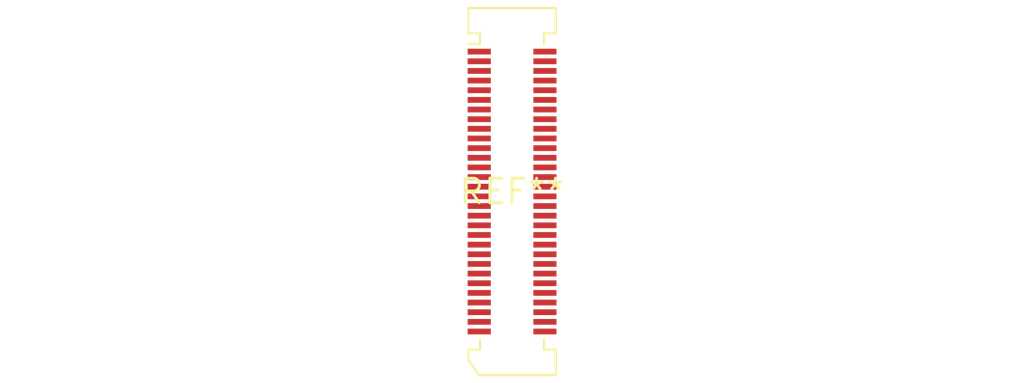
<source format=kicad_pcb>
(kicad_pcb (version 20240108) (generator pcbnew)
  (layers (0 "F.Cu" signal) (31 "B.Cu" signal) (34 "B.Paste" user) (35 "F.Paste" user) (36 "B.SilkS" user "B.Silkscreen") (37 "F.SilkS" user "F.Silkscreen") (38 "B.Mask" user) (39 "F.Mask" user) (44 "Edge.Cuts" user))
  (net 0 "")
  (footprint "Molex_SlimStack_53748-0608_2x30_P0.50mm_Vertical" (layer "F.Cu") (at 0 0)
    (property "Reference" "REF**")
    (property "Value" "Molex_SlimStack_53748-0608_2x30_P0.50mm_Vertical")
    (fp_line (start -2.26 -9.51) (end -2.26 -8.19) (layer "F.SilkS") (stroke (width 0.12)))
    (fp_line (start -2.26 -8.19) (end -2.26 -8.19) (layer "F.SilkS") (stroke (width 0.12)))
    (fp_line (start -2.26 -8.19) (end -1.66 -8.19) (layer "F.SilkS") (stroke (width 0.12)))
    (fp_line (start -2.26 8.19) (end -1.66 8.19) (layer "F.SilkS") (stroke (width 0.12)))
    (fp_line (start -2.26 8.734683) (end -2.26 8.19) (layer "F.SilkS") (stroke (width 0.12)))
    (fp_line (start -1.717262 9.51) (end -2.26 8.734683) (layer "F.SilkS") (stroke (width 0.12)))
    (fp_line (start -1.66 -8.19) (end -1.66 -7.66) (layer "F.SilkS") (stroke (width 0.12)))
    (fp_line (start -1.66 -7.66) (end -2.25 -7.66) (layer "F.SilkS") (stroke (width 0.12)))
    (fp_line (start -1.66 8.19) (end -1.66 7.66) (layer "F.SilkS") (stroke (width 0.12)))
    (fp_line (start 1.66 -8.19) (end 2.26 -8.19) (layer "F.SilkS") (stroke (width 0.12)))
    (fp_line (start 1.66 -7.66) (end 1.66 -8.19) (layer "F.SilkS") (stroke (width 0.12)))
    (fp_line (start 1.66 7.66) (end 1.66 8.19) (layer "F.SilkS") (stroke (width 0.12)))
    (fp_line (start 1.66 8.19) (end 2.26 8.19) (layer "F.SilkS") (stroke (width 0.12)))
    (fp_line (start 2.26 -9.51) (end -2.26 -9.51) (layer "F.SilkS") (stroke (width 0.12)))
    (fp_line (start 2.26 -8.19) (end 2.26 -9.51) (layer "F.SilkS") (stroke (width 0.12)))
    (fp_line (start 2.26 8.19) (end 2.26 9.51) (layer "F.SilkS") (stroke (width 0.12)))
    (fp_line (start 2.26 9.51) (end -1.717262 9.51) (layer "F.SilkS") (stroke (width 0.12)))
    (pad "1" smd rect (at -1.7 -7.25) (size 1.2 0.3) (layers "F.Cu" "F.Paste" "F.Mask"))
    (pad "2" smd rect (at 1.7 -7.25) (size 1.2 0.3) (layers "F.Cu" "F.Paste" "F.Mask"))
    (pad "3" smd rect (at -1.7 -6.75) (size 1.2 0.3) (layers "F.Cu" "F.Paste" "F.Mask"))
    (pad "4" smd rect (at 1.7 -6.75) (size 1.2 0.3) (layers "F.Cu" "F.Paste" "F.Mask"))
    (pad "5" smd rect (at -1.7 -6.25) (size 1.2 0.3) (layers "F.Cu" "F.Paste" "F.Mask"))
    (pad "6" smd rect (at 1.7 -6.25) (size 1.2 0.3) (layers "F.Cu" "F.Paste" "F.Mask"))
    (pad "7" smd rect (at -1.7 -5.75) (size 1.2 0.3) (layers "F.Cu" "F.Paste" "F.Mask"))
    (pad "8" smd rect (at 1.7 -5.75) (size 1.2 0.3) (layers "F.Cu" "F.Paste" "F.Mask"))
    (pad "9" smd rect (at -1.7 -5.25) (size 1.2 0.3) (layers "F.Cu" "F.Paste" "F.Mask"))
    (pad "10" smd rect (at 1.7 -5.25) (size 1.2 0.3) (layers "F.Cu" "F.Paste" "F.Mask"))
    (pad "11" smd rect (at -1.7 -4.75) (size 1.2 0.3) (layers "F.Cu" "F.Paste" "F.Mask"))
    (pad "12" smd rect (at 1.7 -4.75) (size 1.2 0.3) (layers "F.Cu" "F.Paste" "F.Mask"))
    (pad "13" smd rect (at -1.7 -4.25) (size 1.2 0.3) (layers "F.Cu" "F.Paste" "F.Mask"))
    (pad "14" smd rect (at 1.7 -4.25) (size 1.2 0.3) (layers "F.Cu" "F.Paste" "F.Mask"))
    (pad "15" smd rect (at -1.7 -3.75) (size 1.2 0.3) (layers "F.Cu" "F.Paste" "F.Mask"))
    (pad "16" smd rect (at 1.7 -3.75) (size 1.2 0.3) (layers "F.Cu" "F.Paste" "F.Mask"))
    (pad "17" smd rect (at -1.7 -3.25) (size 1.2 0.3) (layers "F.Cu" "F.Paste" "F.Mask"))
    (pad "18" smd rect (at 1.7 -3.25) (size 1.2 0.3) (layers "F.Cu" "F.Paste" "F.Mask"))
    (pad "19" smd rect (at -1.7 -2.75) (size 1.2 0.3) (layers "F.Cu" "F.Paste" "F.Mask"))
    (pad "20" smd rect (at 1.7 -2.75) (size 1.2 0.3) (layers "F.Cu" "F.Paste" "F.Mask"))
    (pad "21" smd rect (at -1.7 -2.25) (size 1.2 0.3) (layers "F.Cu" "F.Paste" "F.Mask"))
    (pad "22" smd rect (at 1.7 -2.25) (size 1.2 0.3) (layers "F.Cu" "F.Paste" "F.Mask"))
    (pad "23" smd rect (at -1.7 -1.75) (size 1.2 0.3) (layers "F.Cu" "F.Paste" "F.Mask"))
    (pad "24" smd rect (at 1.7 -1.75) (size 1.2 0.3) (layers "F.Cu" "F.Paste" "F.Mask"))
    (pad "25" smd rect (at -1.7 -1.25) (size 1.2 0.3) (layers "F.Cu" "F.Paste" "F.Mask"))
    (pad "26" smd rect (at 1.7 -1.25) (size 1.2 0.3) (layers "F.Cu" "F.Paste" "F.Mask"))
    (pad "27" smd rect (at -1.7 -0.75) (size 1.2 0.3) (layers "F.Cu" "F.Paste" "F.Mask"))
    (pad "28" smd rect (at 1.7 -0.75) (size 1.2 0.3) (layers "F.Cu" "F.Paste" "F.Mask"))
    (pad "29" smd rect (at -1.7 -0.25) (size 1.2 0.3) (layers "F.Cu" "F.Paste" "F.Mask"))
    (pad "30" smd rect (at 1.7 -0.25) (size 1.2 0.3) (layers "F.Cu" "F.Paste" "F.Mask"))
    (pad "31" smd rect (at -1.7 0.25) (size 1.2 0.3) (layers "F.Cu" "F.Paste" "F.Mask"))
    (pad "32" smd rect (at 1.7 0.25) (size 1.2 0.3) (layers "F.Cu" "F.Paste" "F.Mask"))
    (pad "33" smd rect (at -1.7 0.75) (size 1.2 0.3) (layers "F.Cu" "F.Paste" "F.Mask"))
    (pad "34" smd rect (at 1.7 0.75) (size 1.2 0.3) (layers "F.Cu" "F.Paste" "F.Mask"))
    (pad "35" smd rect (at -1.7 1.25) (size 1.2 0.3) (layers "F.Cu" "F.Paste" "F.Mask"))
    (pad "36" smd rect (at 1.7 1.25) (size 1.2 0.3) (layers "F.Cu" "F.Paste" "F.Mask"))
    (pad "37" smd rect (at -1.7 1.75) (size 1.2 0.3) (layers "F.Cu" "F.Paste" "F.Mask"))
    (pad "38" smd rect (at 1.7 1.75) (size 1.2 0.3) (layers "F.Cu" "F.Paste" "F.Mask"))
    (pad "39" smd rect (at -1.7 2.25) (size 1.2 0.3) (layers "F.Cu" "F.Paste" "F.Mask"))
    (pad "40" smd rect (at 1.7 2.25) (size 1.2 0.3) (layers "F.Cu" "F.Paste" "F.Mask"))
    (pad "41" smd rect (at -1.7 2.75) (size 1.2 0.3) (layers "F.Cu" "F.Paste" "F.Mask"))
    (pad "42" smd rect (at 1.7 2.75) (size 1.2 0.3) (layers "F.Cu" "F.Paste" "F.Mask"))
    (pad "43" smd rect (at -1.7 3.25) (size 1.2 0.3) (layers "F.Cu" "F.Paste" "F.Mask"))
    (pad "44" smd rect (at 1.7 3.25) (size 1.2 0.3) (layers "F.Cu" "F.Paste" "F.Mask"))
    (pad "45" smd rect (at -1.7 3.75) (size 1.2 0.3) (layers "F.Cu" "F.Paste" "F.Mask"))
    (pad "46" smd rect (at 1.7 3.75) (size 1.2 0.3) (layers "F.Cu" "F.Paste" "F.Mask"))
    (pad "47" smd rect (at -1.7 4.25) (size 1.2 0.3) (layers "F.Cu" "F.Paste" "F.Mask"))
    (pad "48" smd rect (at 1.7 4.25) (size 1.2 0.3) (layers "F.Cu" "F.Paste" "F.Mask"))
    (pad "49" smd rect (at -1.7 4.75) (size 1.2 0.3) (layers "F.Cu" "F.Paste" "F.Mask"))
    (pad "50" smd rect (at 1.7 4.75) (size 1.2 0.3) (layers "F.Cu" "F.Paste" "F.Mask"))
    (pad "51" smd rect (at -1.7 5.25) (size 1.2 0.3) (layers "F.Cu" "F.Paste" "F.Mask"))
    (pad "52" smd rect (at 1.7 5.25) (size 1.2 0.3) (layers "F.Cu" "F.Paste" "F.Mask"))
    (pad "53" smd rect (at -1.7 5.75) (size 1.2 0.3) (layers "F.Cu" "F.Paste" "F.Mask"))
    (pad "54" smd rect (at 1.7 5.75) (size 1.2 0.3) (layers "F.Cu" "F.Paste" "F.Mask"))
    (pad "55" smd rect (at -1.7 6.25) (size 1.2 0.3) (layers "F.Cu" "F.Paste" "F.Mask"))
    (pad "56" smd rect (at 1.7 6.25) (size 1.2 0.3) (layers "F.Cu" "F.Paste" "F.Mask"))
    (pad "57" smd rect (at -1.7 6.75) (size 1.2 0.3) (layers "F.Cu" "F.Paste" "F.Mask"))
    (pad "58" smd rect (at 1.7 6.75) (size 1.2 0.3) (layers "F.Cu" "F.Paste" "F.Mask"))
    (pad "59" smd rect (at -1.7 7.25) (size 1.2 0.3) (layers "F.Cu" "F.Paste" "F.Mask"))
    (pad "60" smd rect (at 1.7 7.25) (size 1.2 0.3) (layers "F.Cu" "F.Paste" "F.Mask"))
  )
)
</source>
